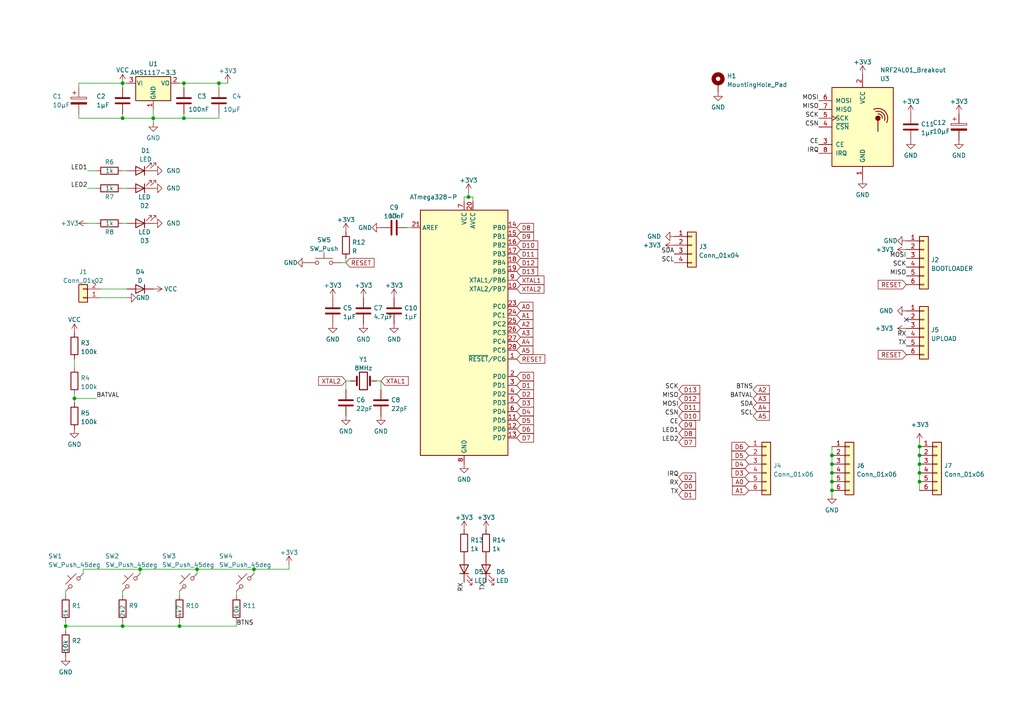
<source format=kicad_sch>
(kicad_sch (version 20211123) (generator eeschema)
  (paper "A4")
  (lib_symbols
    (symbol "Connector_Generic:Conn_01x02" (pin_names (offset 1.016) hide)
      (property "Reference" "J" (at 0 2.54 0))
      (property "Value" "Conn_01x02" (at 0 -5.08 0))
      (symbol "Conn_01x02_1_1"
        (rectangle (start -1.27 -2.413) (end 0 -2.667) (stroke (width 0.1524)))
        (rectangle (start -1.27 0.127) (end 0 -0.127) (stroke (width 0.1524)))
        (rectangle (start -1.27 1.27) (end 1.27 -3.81) (stroke (width 0.254)) (fill (type background)))
        (pin passive line (at -5.08 0 0) (length 3.81) (name "Pin_1") (number "1"))
        (pin passive line (at -5.08 -2.54 0) (length 3.81) (name "Pin_2") (number "2"))
      )
    )
    (symbol "Connector_Generic:Conn_01x04" (pin_names (offset 1.016) hide)
      (property "Reference" "J" (at 0 5.08 0))
      (property "Value" "Conn_01x04" (at 0 -7.62 0))
      (symbol "Conn_01x04_1_1"
        (rectangle (start -1.27 -4.953) (end 0 -5.207) (stroke (width 0.1524)))
        (rectangle (start -1.27 -2.413) (end 0 -2.667) (stroke (width 0.1524)))
        (rectangle (start -1.27 0.127) (end 0 -0.127) (stroke (width 0.1524)))
        (rectangle (start -1.27 2.667) (end 0 2.413) (stroke (width 0.1524)))
        (rectangle (start -1.27 3.81) (end 1.27 -6.35) (stroke (width 0.254)) (fill (type background)))
        (pin passive line (at -5.08 2.54 0) (length 3.81) (name "Pin_1") (number "1"))
        (pin passive line (at -5.08 0 0) (length 3.81) (name "Pin_2") (number "2"))
        (pin passive line (at -5.08 -2.54 0) (length 3.81) (name "Pin_3") (number "3"))
        (pin passive line (at -5.08 -5.08 0) (length 3.81) (name "Pin_4") (number "4"))
      )
    )
    (symbol "Connector_Generic:Conn_01x06" (pin_names (offset 1.016) hide)
      (property "Reference" "J" (at 0 7.62 0))
      (property "Value" "Conn_01x06" (at 0 -10.16 0))
      (symbol "Conn_01x06_1_1"
        (rectangle (start -1.27 -7.493) (end 0 -7.747) (stroke (width 0.1524)))
        (rectangle (start -1.27 -4.953) (end 0 -5.207) (stroke (width 0.1524)))
        (rectangle (start -1.27 -2.413) (end 0 -2.667) (stroke (width 0.1524)))
        (rectangle (start -1.27 0.127) (end 0 -0.127) (stroke (width 0.1524)))
        (rectangle (start -1.27 2.667) (end 0 2.413) (stroke (width 0.1524)))
        (rectangle (start -1.27 5.207) (end 0 4.953) (stroke (width 0.1524)))
        (rectangle (start -1.27 6.35) (end 1.27 -8.89) (stroke (width 0.254)) (fill (type background)))
        (pin passive line (at -5.08 5.08 0) (length 3.81) (name "Pin_1") (number "1"))
        (pin passive line (at -5.08 2.54 0) (length 3.81) (name "Pin_2") (number "2"))
        (pin passive line (at -5.08 0 0) (length 3.81) (name "Pin_3") (number "3"))
        (pin passive line (at -5.08 -2.54 0) (length 3.81) (name "Pin_4") (number "4"))
        (pin passive line (at -5.08 -5.08 0) (length 3.81) (name "Pin_5") (number "5"))
        (pin passive line (at -5.08 -7.62 0) (length 3.81) (name "Pin_6") (number "6"))
      )
    )
    (symbol "Device:C" (pin_numbers hide) (pin_names (offset 0.254))
      (property "Reference" "C" (at 0.635 2.54 0))
      (property "Value" "C" (at 0.635 -2.54 0))
      (symbol "C_0_1"
        (polyline (pts (xy -2.032 -0.762) (xy 2.032 -0.762)) (stroke (width 0.508)))
        (polyline (pts (xy -2.032 0.762) (xy 2.032 0.762)) (stroke (width 0.508)))
      )
      (symbol "C_1_1"
        (pin passive line (at 0 3.81 270) (length 2.794) (name "~") (number "1"))
        (pin passive line (at 0 -3.81 90) (length 2.794) (name "~") (number "2"))
      )
    )
    (symbol "Device:C_Polarized" (pin_numbers hide) (pin_names (offset 0.254))
      (property "Reference" "C" (at 0.635 2.54 0))
      (property "Value" "C_Polarized" (at 0.635 -2.54 0))
      (symbol "C_Polarized_0_1"
        (rectangle (start -2.286 0.508) (end 2.286 1.016))
        (polyline (pts (xy -1.778 2.286) (xy -0.762 2.286)))
        (polyline (pts (xy -1.27 2.794) (xy -1.27 1.778)))
        (rectangle (start 2.286 -0.508) (end -2.286 -1.016) (fill (type outline)))
      )
      (symbol "C_Polarized_1_1"
        (pin passive line (at 0 3.81 270) (length 2.794) (name "~") (number "1"))
        (pin passive line (at 0 -3.81 90) (length 2.794) (name "~") (number "2"))
      )
    )
    (symbol "Device:Crystal" (pin_numbers hide) (pin_names (offset 1.016) hide)
      (property "Reference" "Y" (at 0 3.81 0))
      (property "Value" "Crystal" (at 0 -3.81 0))
      (symbol "Crystal_0_1"
        (rectangle (start -1.143 2.54) (end 1.143 -2.54) (stroke (width 0.3048)))
        (polyline (pts (xy -2.54 0) (xy -1.905 0)))
        (polyline (pts (xy -1.905 -1.27) (xy -1.905 1.27)) (stroke (width 0.508)))
        (polyline (pts (xy 1.905 -1.27) (xy 1.905 1.27)) (stroke (width 0.508)))
        (polyline (pts (xy 2.54 0) (xy 1.905 0)))
      )
      (symbol "Crystal_1_1"
        (pin passive line (at -3.81 0 0) (length 1.27) (name "1") (number "1"))
        (pin passive line (at 3.81 0 180) (length 1.27) (name "2") (number "2"))
      )
    )
    (symbol "Device:D" (pin_numbers hide) (pin_names (offset 1.016) hide)
      (property "Reference" "D" (at 0 2.54 0))
      (property "Value" "D" (at 0 -2.54 0))
      (symbol "D_0_1"
        (polyline (pts (xy -1.27 1.27) (xy -1.27 -1.27)) (stroke (width 0.254)))
        (polyline (pts (xy 1.27 0) (xy -1.27 0)))
        (polyline (pts (xy 1.27 1.27) (xy 1.27 -1.27) (xy -1.27 0) (xy 1.27 1.27)) (stroke (width 0.254)))
      )
      (symbol "D_1_1"
        (pin passive line (at -3.81 0 0) (length 2.54) (name "K") (number "1"))
        (pin passive line (at 3.81 0 180) (length 2.54) (name "A") (number "2"))
      )
    )
    (symbol "Device:LED" (pin_numbers hide) (pin_names (offset 1.016) hide)
      (property "Reference" "D" (at 0 2.54 0))
      (property "Value" "LED" (at 0 -2.54 0))
      (symbol "LED_0_1"
        (polyline (pts (xy -1.27 -1.27) (xy -1.27 1.27)) (stroke (width 0.254)))
        (polyline (pts (xy -1.27 0) (xy 1.27 0)))
        (polyline (pts (xy 1.27 -1.27) (xy 1.27 1.27) (xy -1.27 0) (xy 1.27 -1.27)) (stroke (width 0.254)))
        (polyline (pts (xy -3.048 -0.762) (xy -4.572 -2.286) (xy -3.81 -2.286) (xy -4.572 -2.286) (xy -4.572 -1.524)))
        (polyline (pts (xy -1.778 -0.762) (xy -3.302 -2.286) (xy -2.54 -2.286) (xy -3.302 -2.286) (xy -3.302 -1.524)))
      )
      (symbol "LED_1_1"
        (pin passive line (at -3.81 0 0) (length 2.54) (name "K") (number "1"))
        (pin passive line (at 3.81 0 180) (length 2.54) (name "A") (number "2"))
      )
    )
    (symbol "Device:R" (pin_numbers hide) (pin_names (offset 0))
      (property "Reference" "R" (at 2.032 0 90))
      (property "Value" "R" (at 0 0 90))
      (symbol "R_0_1"
        (rectangle (start -1.016 -2.54) (end 1.016 2.54) (stroke (width 0.254)))
      )
      (symbol "R_1_1"
        (pin passive line (at 0 3.81 270) (length 1.27) (name "~") (number "1"))
        (pin passive line (at 0 -3.81 90) (length 1.27) (name "~") (number "2"))
      )
    )
    (symbol "MCU_Microchip_ATmega:ATmega328-P"
      (property "Reference" "U" (at -12.7 36.83 0))
      (property "Value" "ATmega328-P" (at 2.54 -36.83 0))
      (symbol "ATmega328-P_0_1"
        (rectangle (start -12.7 -35.56) (end 12.7 35.56) (stroke (width 0.254)) (fill (type background)))
      )
      (symbol "ATmega328-P_1_1"
        (pin bidirectional line (at 15.24 -7.62 180) (length 2.54) (name "~{RESET}/PC6") (number "1"))
        (pin bidirectional line (at 15.24 12.7 180) (length 2.54) (name "XTAL2/PB7") (number "10"))
        (pin bidirectional line (at 15.24 -25.4 180) (length 2.54) (name "PD5") (number "11"))
        (pin bidirectional line (at 15.24 -27.94 180) (length 2.54) (name "PD6") (number "12"))
        (pin bidirectional line (at 15.24 -30.48 180) (length 2.54) (name "PD7") (number "13"))
        (pin bidirectional line (at 15.24 30.48 180) (length 2.54) (name "PB0") (number "14"))
        (pin bidirectional line (at 15.24 27.94 180) (length 2.54) (name "PB1") (number "15"))
        (pin bidirectional line (at 15.24 25.4 180) (length 2.54) (name "PB2") (number "16"))
        (pin bidirectional line (at 15.24 22.86 180) (length 2.54) (name "PB3") (number "17"))
        (pin bidirectional line (at 15.24 20.32 180) (length 2.54) (name "PB4") (number "18"))
        (pin bidirectional line (at 15.24 17.78 180) (length 2.54) (name "PB5") (number "19"))
        (pin bidirectional line (at 15.24 -12.7 180) (length 2.54) (name "PD0") (number "2"))
        (pin power_in line (at 2.54 38.1 270) (length 2.54) (name "AVCC") (number "20"))
        (pin passive line (at -15.24 30.48 0) (length 2.54) (name "AREF") (number "21"))
        (pin passive line (at 0 -38.1 90) (length 2.54) hide (name "GND") (number "22"))
        (pin bidirectional line (at 15.24 7.62 180) (length 2.54) (name "PC0") (number "23"))
        (pin bidirectional line (at 15.24 5.08 180) (length 2.54) (name "PC1") (number "24"))
        (pin bidirectional line (at 15.24 2.54 180) (length 2.54) (name "PC2") (number "25"))
        (pin bidirectional line (at 15.24 0 180) (length 2.54) (name "PC3") (number "26"))
        (pin bidirectional line (at 15.24 -2.54 180) (length 2.54) (name "PC4") (number "27"))
        (pin bidirectional line (at 15.24 -5.08 180) (length 2.54) (name "PC5") (number "28"))
        (pin bidirectional line (at 15.24 -15.24 180) (length 2.54) (name "PD1") (number "3"))
        (pin bidirectional line (at 15.24 -17.78 180) (length 2.54) (name "PD2") (number "4"))
        (pin bidirectional line (at 15.24 -20.32 180) (length 2.54) (name "PD3") (number "5"))
        (pin bidirectional line (at 15.24 -22.86 180) (length 2.54) (name "PD4") (number "6"))
        (pin power_in line (at 0 38.1 270) (length 2.54) (name "VCC") (number "7"))
        (pin power_in line (at 0 -38.1 90) (length 2.54) (name "GND") (number "8"))
        (pin bidirectional line (at 15.24 15.24 180) (length 2.54) (name "XTAL1/PB6") (number "9"))
      )
    )
    (symbol "Mechanical:MountingHole_Pad" (pin_numbers hide) (pin_names (offset 1.016) hide)
      (property "Reference" "H" (at 0 6.35 0))
      (property "Value" "MountingHole_Pad" (at 0 4.445 0))
      (symbol "MountingHole_Pad_0_1"
        (circle (center 0 1.27) (radius 1.27) (stroke (width 1.27)))
      )
      (symbol "MountingHole_Pad_1_1"
        (pin input line (at 0 -2.54 90) (length 2.54) (name "1") (number "1"))
      )
    )
    (symbol "RF:NRF24L01_Breakout" (pin_names (offset 1.016))
      (property "Reference" "U" (at -8.89 12.7 0))
      (property "Value" "NRF24L01_Breakout" (at 3.81 12.7 0))
      (symbol "NRF24L01_Breakout_0_1"
        (rectangle (start -8.89 11.43) (end 8.89 -11.43) (stroke (width 0.254)) (fill (type background)))
        (polyline (pts (xy 4.445 1.905) (xy 4.445 -1.27)) (stroke (width 0.254)))
        (circle (center 4.445 2.54) (radius 0.635) (stroke (width 0.254)) (fill (type outline)))
        (arc (start 5.715 2.54) (mid 5.3521 3.4546) (end 4.445 3.81) (stroke (width 0.254)))
        (arc (start 6.35 1.905) (mid 5.8763 3.9854) (end 3.81 4.445) (stroke (width 0.254)))
        (arc (start 6.985 1.27) (mid 6.453 4.548) (end 3.175 5.08) (stroke (width 0.254)))
      )
      (symbol "NRF24L01_Breakout_1_1"
        (pin power_in line (at 0 -15.24 90) (length 3.81) (name "GND") (number "1"))
        (pin power_in line (at 0 15.24 270) (length 3.81) (name "VCC") (number "2"))
        (pin input line (at -12.7 -5.08 0) (length 3.81) (name "CE") (number "3"))
        (pin input line (at -12.7 0 0) (length 3.81) (name "~{CSN}") (number "4"))
        (pin input clock (at -12.7 2.54 0) (length 3.81) (name "SCK") (number "5"))
        (pin input line (at -12.7 7.62 0) (length 3.81) (name "MOSI") (number "6"))
        (pin output line (at -12.7 5.08 0) (length 3.81) (name "MISO") (number "7"))
        (pin output line (at -12.7 -7.62 0) (length 3.81) (name "IRQ") (number "8"))
      )
    )
    (symbol "Regulator_Linear:AMS1117-3.3" (pin_names (offset 0.254))
      (property "Reference" "U" (at -3.81 3.175 0))
      (property "Value" "AMS1117-3.3" (at 0 3.175 0))
      (symbol "AMS1117-3.3_0_1"
        (rectangle (start -5.08 -5.08) (end 5.08 1.905) (stroke (width 0.254)) (fill (type background)))
      )
      (symbol "AMS1117-3.3_1_1"
        (pin power_in line (at 0 -7.62 90) (length 2.54) (name "GND") (number "1"))
        (pin power_out line (at 7.62 0 180) (length 2.54) (name "VO") (number "2"))
        (pin power_in line (at -7.62 0 0) (length 2.54) (name "VI") (number "3"))
      )
    )
    (symbol "Switch:SW_Push" (pin_numbers hide) (pin_names (offset 1.016) hide)
      (property "Reference" "SW" (at 1.27 2.54 0))
      (property "Value" "SW_Push" (at 0 -1.524 0))
      (symbol "SW_Push_0_1"
        (circle (center -2.032 0) (radius 0.508))
        (polyline (pts (xy 0 1.27) (xy 0 3.048)))
        (polyline (pts (xy 2.54 1.27) (xy -2.54 1.27)))
        (circle (center 2.032 0) (radius 0.508))
        (pin passive line (at -5.08 0 0) (length 2.54) (name "1") (number "1"))
        (pin passive line (at 5.08 0 180) (length 2.54) (name "2") (number "2"))
      )
    )
    (symbol "Switch:SW_Push_45deg" (pin_numbers hide) (pin_names (offset 1.016) hide)
      (property "Reference" "SW" (at 3.048 1.016 0))
      (property "Value" "SW_Push_45deg" (at 0 -3.81 0))
      (symbol "SW_Push_45deg_0_1"
        (circle (center -1.1684 1.1684) (radius 0.508))
        (polyline (pts (xy -0.508 2.54) (xy 2.54 -0.508)))
        (polyline (pts (xy 1.016 1.016) (xy 2.032 2.032)))
        (polyline (pts (xy -2.54 2.54) (xy -1.524 1.524) (xy -1.524 1.524)))
        (polyline (pts (xy 1.524 -1.524) (xy 2.54 -2.54) (xy 2.54 -2.54) (xy 2.54 -2.54)))
        (circle (center 1.143 -1.1938) (radius 0.508))
        (pin passive line (at -2.54 2.54 0) (length 0) (name "1") (number "1"))
        (pin passive line (at 2.54 -2.54 180) (length 0) (name "2") (number "2"))
      )
    )
    (symbol "power:+3.3V" (power) (pin_names (offset 0))
      (property "Value" "+3.3V" (at 0 3.556 0))
      (symbol "+3.3V_0_1"
        (polyline (pts (xy -0.762 1.27) (xy 0 2.54)))
        (polyline (pts (xy 0 0) (xy 0 2.54)))
        (polyline (pts (xy 0 2.54) (xy 0.762 1.27)))
      )
      (symbol "+3.3V_1_1"
        (pin power_in line (at 0 0 90) (length 0) hide (name "+3V3") (number "1"))
      )
    )
    (symbol "power:GND" (power) (pin_names (offset 0))
      (property "Value" "GND" (at 0 -3.81 0))
      (symbol "GND_0_1"
        (polyline (pts (xy 0 0) (xy 0 -1.27) (xy 1.27 -1.27) (xy 0 -2.54) (xy -1.27 -1.27) (xy 0 -1.27)))
      )
      (symbol "GND_1_1"
        (pin power_in line (at 0 0 270) (length 0) hide (name "GND") (number "1"))
      )
    )
    (symbol "power:VCC" (power) (pin_names (offset 0))
      (property "Value" "VCC" (at 0 3.81 0))
      (symbol "VCC_0_1"
        (polyline (pts (xy -0.762 1.27) (xy 0 2.54)))
        (polyline (pts (xy 0 0) (xy 0 2.54)))
        (polyline (pts (xy 0 2.54) (xy 0.762 1.27)))
      )
      (symbol "VCC_1_1"
        (pin power_in line (at 0 0 90) (length 0) hide (name "VCC") (number "1"))
      )
    )
  )
  (junction (at 73.66 165.1))
  (junction (at 44.45 34.29))
  (junction (at 266.7 139.7))
  (junction (at 241.3 132.08))
  (junction (at 266.7 137.16))
  (junction (at 266.7 132.08))
  (junction (at 35.56 34.29))
  (junction (at 40.64 165.1))
  (junction (at 52.07 181.61))
  (junction (at 135.89 57.15))
  (junction (at 19.05 181.61))
  (junction (at 21.59 115.57))
  (junction (at 241.3 139.7))
  (junction (at 57.15 165.1))
  (junction (at 53.34 24.13))
  (junction (at 266.7 134.62))
  (junction (at 35.56 24.13))
  (junction (at 53.34 34.29))
  (junction (at 241.3 142.24))
  (junction (at 241.3 137.16))
  (junction (at 35.56 181.61))
  (junction (at 266.7 129.54))
  (junction (at 63.5 24.13))
  (junction (at 241.3 134.62))
  (no_connect (at 262.89 92.71))
  (wire (pts (xy 134.62 58.42) (xy 134.62 57.15)))
  (wire (pts (xy 63.5 24.13) (xy 63.5 25.4)))
  (wire (pts (xy 68.58 171.45) (xy 68.58 172.72)))
  (wire (pts (xy 22.86 34.29) (xy 35.56 34.29)))
  (wire (pts (xy 53.34 24.13) (xy 63.5 24.13)))
  (wire (pts (xy 35.56 34.29) (xy 44.45 34.29)))
  (wire (pts (xy 21.59 115.57) (xy 21.59 116.84)))
  (wire (pts (xy 73.66 165.1) (xy 73.66 166.37)))
  (wire (pts (xy 266.7 132.08) (xy 266.7 134.62)))
  (wire (pts (xy 266.7 134.62) (xy 266.7 137.16)))
  (wire (pts (xy 83.82 165.1) (xy 73.66 165.1)))
  (wire (pts (xy 118.11 66.04) (xy 119.38 66.04)))
  (wire (pts (xy 63.5 24.13) (xy 66.04 24.13)))
  (wire (pts (xy 22.86 25.4) (xy 22.86 24.13)))
  (wire (pts (xy 25.4 49.53) (xy 27.94 49.53)))
  (wire (pts (xy 241.3 132.08) (xy 241.3 134.62)))
  (wire (pts (xy 29.21 86.36) (xy 36.83 86.36)))
  (wire (pts (xy 21.59 115.57) (xy 27.94 115.57)))
  (wire (pts (xy 83.82 163.83) (xy 83.82 165.1)))
  (wire (pts (xy 68.58 181.61) (xy 68.58 180.34)))
  (wire (pts (xy 19.05 171.45) (xy 19.05 172.72)))
  (wire (pts (xy 44.45 31.75) (xy 44.45 34.29)))
  (wire (pts (xy 21.59 104.14) (xy 21.59 106.68)))
  (wire (pts (xy 35.56 49.53) (xy 36.83 49.53)))
  (wire (pts (xy 24.13 165.1) (xy 24.13 166.37)))
  (wire (pts (xy 52.07 24.13) (xy 53.34 24.13)))
  (wire (pts (xy 35.56 64.77) (xy 36.83 64.77)))
  (wire (pts (xy 35.56 180.34) (xy 35.56 181.61)))
  (wire (pts (xy 35.56 171.45) (xy 35.56 172.72)))
  (wire (pts (xy 110.49 110.49) (xy 110.49 113.03)))
  (wire (pts (xy 137.16 57.15) (xy 135.89 57.15)))
  (wire (pts (xy 52.07 181.61) (xy 68.58 181.61)))
  (wire (pts (xy 40.64 165.1) (xy 24.13 165.1)))
  (wire (pts (xy 266.7 128.27) (xy 266.7 129.54)))
  (wire (pts (xy 40.64 165.1) (xy 40.64 166.37)))
  (wire (pts (xy 63.5 33.02) (xy 63.5 34.29)))
  (wire (pts (xy 100.33 76.2) (xy 100.33 74.93)))
  (wire (pts (xy 22.86 33.02) (xy 22.86 34.29)))
  (wire (pts (xy 53.34 34.29) (xy 63.5 34.29)))
  (wire (pts (xy 266.7 137.16) (xy 266.7 139.7)))
  (wire (pts (xy 53.34 24.13) (xy 53.34 25.4)))
  (wire (pts (xy 241.3 129.54) (xy 241.3 132.08)))
  (wire (pts (xy 52.07 171.45) (xy 52.07 172.72)))
  (wire (pts (xy 137.16 58.42) (xy 137.16 57.15)))
  (wire (pts (xy 52.07 180.34) (xy 52.07 181.61)))
  (wire (pts (xy 35.56 33.02) (xy 35.56 34.29)))
  (wire (pts (xy 25.4 54.61) (xy 27.94 54.61)))
  (wire (pts (xy 29.21 83.82) (xy 36.83 83.82)))
  (wire (pts (xy 73.66 165.1) (xy 57.15 165.1)))
  (wire (pts (xy 241.3 137.16) (xy 241.3 139.7)))
  (wire (pts (xy 109.22 110.49) (xy 110.49 110.49)))
  (wire (pts (xy 19.05 181.61) (xy 35.56 181.61)))
  (wire (pts (xy 22.86 24.13) (xy 35.56 24.13)))
  (wire (pts (xy 19.05 181.61) (xy 19.05 182.88)))
  (wire (pts (xy 135.89 55.88) (xy 135.89 57.15)))
  (wire (pts (xy 57.15 165.1) (xy 57.15 166.37)))
  (wire (pts (xy 36.83 24.13) (xy 35.56 24.13)))
  (wire (pts (xy 100.33 113.03) (xy 100.33 110.49)))
  (wire (pts (xy 266.7 129.54) (xy 266.7 132.08)))
  (wire (pts (xy 35.56 24.13) (xy 35.56 25.4)))
  (wire (pts (xy 100.33 110.49) (xy 101.6 110.49)))
  (wire (pts (xy 35.56 181.61) (xy 52.07 181.61)))
  (wire (pts (xy 241.3 134.62) (xy 241.3 137.16)))
  (wire (pts (xy 44.45 34.29) (xy 53.34 34.29)))
  (wire (pts (xy 53.34 33.02) (xy 53.34 34.29)))
  (wire (pts (xy 35.56 54.61) (xy 36.83 54.61)))
  (wire (pts (xy 57.15 165.1) (xy 40.64 165.1)))
  (wire (pts (xy 266.7 139.7) (xy 266.7 142.24)))
  (wire (pts (xy 241.3 142.24) (xy 241.3 143.51)))
  (wire (pts (xy 241.3 139.7) (xy 241.3 142.24)))
  (wire (pts (xy 25.4 64.77) (xy 27.94 64.77)))
  (wire (pts (xy 21.59 114.3) (xy 21.59 115.57)))
  (wire (pts (xy 99.06 76.2) (xy 100.33 76.2)))
  (wire (pts (xy 44.45 34.29) (xy 44.45 35.56)))
  (wire (pts (xy 19.05 180.34) (xy 19.05 181.61)))
  (wire (pts (xy 134.62 57.15) (xy 135.89 57.15)))
  (label "TX" (at 262.89 100.33 180))
  (label "CSN" (at 237.49 36.83 180))
  (label "BTNS" (at 68.58 181.61 0))
  (label "MOSI" (at 262.89 74.93 180))
  (label "MISO" (at 237.49 31.75 180))
  (label "TX" (at 196.85 143.51 180))
  (label "SCK" (at 237.49 34.29 180))
  (label "RX" (at 262.89 97.79 180))
  (label "LED2" (at 25.4 54.61 180))
  (label "MOSI" (at 237.49 29.21 180))
  (label "CSN" (at 196.85 120.65 180))
  (label "LED1" (at 25.4 49.53 180))
  (label "SDA" (at 195.58 73.66 180))
  (label "LED2" (at 196.85 128.27 180))
  (label "SCK" (at 196.85 113.03 180))
  (label "BTNS" (at 218.44 113.03 180))
  (label "SCL" (at 195.58 76.2 180))
  (label "BATVAL" (at 218.44 115.57 180))
  (label "IRQ" (at 196.85 138.43 180))
  (label "TX" (at 140.97 168.91 270))
  (label "SCK" (at 262.89 77.47 180))
  (label "RX" (at 134.62 168.91 270))
  (label "CE" (at 237.49 41.91 180))
  (label "SDA" (at 218.44 118.11 180))
  (label "MISO" (at 196.85 115.57 180))
  (label "BATVAL" (at 27.94 115.57 0))
  (label "SCL" (at 218.44 120.65 180))
  (label "LED1" (at 196.85 125.73 180))
  (label "IRQ" (at 237.49 44.45 180))
  (label "CE" (at 196.85 123.19 180))
  (label "RX" (at 196.85 140.97 180))
  (label "MOSI" (at 196.85 118.11 180))
  (label "MISO" (at 262.89 80.01 180))
  (global_label "A1" (shape input) (at 149.86 91.44 0) (property "Intersheet References" "${INTERSHEET_REFS}" (effects hide)))
  (global_label "A2" (shape input) (at 218.44 113.03 0) (property "Intersheet References" "${INTERSHEET_REFS}" (effects hide)))
  (global_label "XTAL2" (shape input) (at 149.86 83.82 0) (property "Intersheet References" "${INTERSHEET_REFS}" (effects hide)))
  (global_label "D9" (shape input) (at 196.85 123.19 0) (property "Intersheet References" "${INTERSHEET_REFS}" (effects hide)))
  (global_label "D0" (shape input) (at 196.85 140.97 0) (property "Intersheet References" "${INTERSHEET_REFS}" (effects hide)))
  (global_label "D12" (shape input) (at 149.86 76.2 0) (property "Intersheet References" "${INTERSHEET_REFS}" (effects hide)))
  (global_label "A5" (shape input) (at 218.44 120.65 0) (property "Intersheet References" "${INTERSHEET_REFS}" (effects hide)))
  (global_label "A2" (shape input) (at 149.86 93.98 0) (property "Intersheet References" "${INTERSHEET_REFS}" (effects hide)))
  (global_label "XTAL1" (shape input) (at 110.49 110.49 0) (property "Intersheet References" "${INTERSHEET_REFS}" (effects hide)))
  (global_label "D4" (shape input) (at 217.17 134.62 180) (property "Intersheet References" "${INTERSHEET_REFS}" (effects hide)))
  (global_label "D7" (shape input) (at 196.85 128.27 0) (property "Intersheet References" "${INTERSHEET_REFS}" (effects hide)))
  (global_label "RESET" (shape input) (at 262.89 102.87 180) (property "Intersheet References" "${INTERSHEET_REFS}" (effects hide)))
  (global_label "D1" (shape input) (at 196.85 143.51 0) (property "Intersheet References" "${INTERSHEET_REFS}" (effects hide)))
  (global_label "D3" (shape input) (at 217.17 137.16 180) (property "Intersheet References" "${INTERSHEET_REFS}" (effects hide)))
  (global_label "D11" (shape input) (at 149.86 73.66 0) (property "Intersheet References" "${INTERSHEET_REFS}" (effects hide)))
  (global_label "D7" (shape input) (at 149.86 127 0) (property "Intersheet References" "${INTERSHEET_REFS}" (effects hide)))
  (global_label "A3" (shape input) (at 218.44 115.57 0) (property "Intersheet References" "${INTERSHEET_REFS}" (effects hide)))
  (global_label "D8" (shape input) (at 149.86 66.04 0) (property "Intersheet References" "${INTERSHEET_REFS}" (effects hide)))
  (global_label "RESET" (shape input) (at 100.33 76.2 0) (property "Intersheet References" "${INTERSHEET_REFS}" (effects hide)))
  (global_label "D10" (shape input) (at 196.85 120.65 0) (property "Intersheet References" "${INTERSHEET_REFS}" (effects hide)))
  (global_label "D2" (shape input) (at 149.86 114.3 0) (property "Intersheet References" "${INTERSHEET_REFS}" (effects hide)))
  (global_label "D3" (shape input) (at 149.86 116.84 0) (property "Intersheet References" "${INTERSHEET_REFS}" (effects hide)))
  (global_label "RESET" (shape input) (at 262.89 82.55 180) (property "Intersheet References" "${INTERSHEET_REFS}" (effects hide)))
  (global_label "D10" (shape input) (at 149.86 71.12 0) (property "Intersheet References" "${INTERSHEET_REFS}" (effects hide)))
  (global_label "D1" (shape input) (at 149.86 111.76 0) (property "Intersheet References" "${INTERSHEET_REFS}" (effects hide)))
  (global_label "D5" (shape input) (at 149.86 121.92 0) (property "Intersheet References" "${INTERSHEET_REFS}" (effects hide)))
  (global_label "D0" (shape input) (at 149.86 109.22 0) (property "Intersheet References" "${INTERSHEET_REFS}" (effects hide)))
  (global_label "D6" (shape input) (at 149.86 124.46 0) (property "Intersheet References" "${INTERSHEET_REFS}" (effects hide)))
  (global_label "D11" (shape input) (at 196.85 118.11 0) (property "Intersheet References" "${INTERSHEET_REFS}" (effects hide)))
  (global_label "D8" (shape input) (at 196.85 125.73 0) (property "Intersheet References" "${INTERSHEET_REFS}" (effects hide)))
  (global_label "D12" (shape input) (at 196.85 115.57 0) (property "Intersheet References" "${INTERSHEET_REFS}" (effects hide)))
  (global_label "A4" (shape input) (at 149.86 99.06 0) (property "Intersheet References" "${INTERSHEET_REFS}" (effects hide)))
  (global_label "A3" (shape input) (at 149.86 96.52 0) (property "Intersheet References" "${INTERSHEET_REFS}" (effects hide)))
  (global_label "XTAL2" (shape input) (at 100.33 110.49 180) (property "Intersheet References" "${INTERSHEET_REFS}" (effects hide)))
  (global_label "D13" (shape input) (at 149.86 78.74 0) (property "Intersheet References" "${INTERSHEET_REFS}" (effects hide)))
  (global_label "XTAL1" (shape input) (at 149.86 81.28 0) (property "Intersheet References" "${INTERSHEET_REFS}" (effects hide)))
  (global_label "A5" (shape input) (at 149.86 101.6 0) (property "Intersheet References" "${INTERSHEET_REFS}" (effects hide)))
  (global_label "D2" (shape input) (at 196.85 138.43 0) (property "Intersheet References" "${INTERSHEET_REFS}" (effects hide)))
  (global_label "RESET" (shape input) (at 149.86 104.14 0) (property "Intersheet References" "${INTERSHEET_REFS}" (effects hide)))
  (global_label "D9" (shape input) (at 149.86 68.58 0) (property "Intersheet References" "${INTERSHEET_REFS}" (effects hide)))
  (global_label "D13" (shape input) (at 196.85 113.03 0) (property "Intersheet References" "${INTERSHEET_REFS}" (effects hide)))
  (global_label "A1" (shape input) (at 217.17 142.24 180) (property "Intersheet References" "${INTERSHEET_REFS}" (effects hide)))
  (global_label "A0" (shape input) (at 217.17 139.7 180) (property "Intersheet References" "${INTERSHEET_REFS}" (effects hide)))
  (global_label "D6" (shape input) (at 217.17 129.54 180) (property "Intersheet References" "${INTERSHEET_REFS}" (effects hide)))
  (global_label "D5" (shape input) (at 217.17 132.08 180) (property "Intersheet References" "${INTERSHEET_REFS}" (effects hide)))
  (global_label "A4" (shape input) (at 218.44 118.11 0) (property "Intersheet References" "${INTERSHEET_REFS}" (effects hide)))
  (global_label "A0" (shape input) (at 149.86 88.9 0) (property "Intersheet References" "${INTERSHEET_REFS}" (effects hide)))
  (global_label "D4" (shape input) (at 149.86 119.38 0) (property "Intersheet References" "${INTERSHEET_REFS}" (effects hide)))
  (symbol (lib_id "Device:LED") (at 140.97 165.1 90) (unit 1)
    (property "Reference" "D6" (at 143.891 165.8528 90) (effects (justify right)))
    (property "Value" "LED" (at 143.891 168.3897 90) (effects (justify right)))
    (property "Footprint" "LED_SMD:LED_0805_2012Metric" (effects hide))
  )
  (symbol (lib_id "power:GND") (at 278.13 40.64 0) (unit 1)
    (property "Reference" "#PWR0124" (effects hide))
    (property "Value" "GND" (at 278.13 45.0834 0))
  )
  (symbol (lib_id "Connector_Generic:Conn_01x06") (at 267.97 95.25 0) (unit 1)
    (property "Reference" "J5" (at 270.002 95.6853 0) (effects (justify left)))
    (property "Value" "UPLOAD" (at 270.002 98.2222 0) (effects (justify left)))
    (property "Footprint" "Connector_PinHeader_2.54mm:PinHeader_1x06_P2.54mm_Vertical" (effects hide))
  )
  (symbol (lib_id "power:GND") (at 44.45 35.56 0) (unit 1)
    (property "Reference" "#PWR0131" (effects hide))
    (property "Value" "GND" (at 44.45 40.0034 0))
  )
  (symbol (lib_id "Device:C") (at 63.5 29.21 0) (unit 1)
    (property "Reference" "C4" (at 67.31 27.94 0) (effects (justify left)))
    (property "Value" "10µF" (at 64.77 31.75 0) (effects (justify left)))
    (property "Footprint" "Capacitor_SMD:C_0805_2012Metric" (effects hide))
  )
  (symbol (lib_id "power:+3.3V") (at 134.62 153.67 0) (unit 1)
    (property "Reference" "#PWR0135" (effects hide))
    (property "Value" "+3.3V" (at 134.62 150.0942 0))
  )
  (symbol (lib_id "Device:R") (at 21.59 100.33 0) (unit 1)
    (property "Reference" "R3" (at 23.368 99.4953 0) (effects (justify left)))
    (property "Value" "100k" (at 23.368 102.0322 0) (effects (justify left)))
    (property "Footprint" "Resistor_SMD:R_0805_2012Metric" (effects hide))
  )
  (symbol (lib_id "Connector_Generic:Conn_01x02") (at 24.13 86.36 180) (unit 1)
    (property "Reference" "J1" (at 24.13 78.8502 0))
    (property "Value" "Conn_01x02" (at 24.13 81.3871 0))
    (property "Footprint" "TerminalBlock_Phoenix:TerminalBlock_Phoenix_MKDS-1,5-2-5.08_1x02_P5.08mm_Horizontal" (effects hide))
  )
  (symbol (lib_id "power:+3.3V") (at 264.16 33.02 0) (unit 1)
    (property "Reference" "#PWR0122" (effects hide))
    (property "Value" "+3.3V" (at 264.16 29.4442 0))
  )
  (symbol (lib_id "Switch:SW_Push_45deg") (at 38.1 168.91 90) (unit 1)
    (property "Reference" "SW2" (at 30.48 161.29 90) (effects (justify right)))
    (property "Value" "SW_Push_45deg" (at 30.48 163.83 90) (effects (justify right)))
    (property "Footprint" "Button_Switch_SMD:SW_SPST_CK_RS282G05A3" (effects hide))
  )
  (symbol (lib_id "Device:C") (at 96.52 90.17 0) (unit 1)
    (property "Reference" "C5" (at 99.441 89.3353 0) (effects (justify left)))
    (property "Value" "1µF" (at 99.441 91.8722 0) (effects (justify left)))
    (property "Footprint" "Capacitor_SMD:C_0805_2012Metric" (effects hide))
  )
  (symbol (lib_id "power:+3.3V") (at 25.4 64.77 90) (unit 1)
    (property "Reference" "#PWR0113" (effects hide))
    (property "Value" "+3.3V" (at 22.86 64.77 90) (effects (justify left)))
  )
  (symbol (lib_id "Device:C") (at 105.41 90.17 0) (unit 1)
    (property "Reference" "C7" (at 108.331 89.3353 0) (effects (justify left)))
    (property "Value" "4.7µF" (at 108.331 91.8722 0) (effects (justify left)))
    (property "Footprint" "Capacitor_SMD:C_0805_2012Metric" (effects hide))
  )
  (symbol (lib_id "Device:LED") (at 40.64 49.53 180) (unit 1)
    (property "Reference" "D1" (at 42.2275 43.6712 0))
    (property "Value" "LED" (at 42.2275 46.2081 0))
    (property "Footprint" "LED_SMD:LED_0805_2012Metric" (effects hide))
  )
  (symbol (lib_id "power:+3.3V") (at 262.89 95.25 90) (unit 1)
    (property "Reference" "#PWR0139" (effects hide))
    (property "Value" "+3.3V" (at 259.08 95.25 90) (effects (justify left)))
  )
  (symbol (lib_id "Device:Crystal") (at 105.41 110.49 0) (unit 1)
    (property "Reference" "Y1" (at 105.41 104.2248 0))
    (property "Value" "8MHz" (at 105.41 106.7617 0))
    (property "Footprint" "Crystal:Crystal_HC49-4H_Vertical" (effects hide))
  )
  (symbol (lib_id "power:+3.3V") (at 250.19 21.59 0) (unit 1)
    (property "Reference" "#PWR0127" (effects hide))
    (property "Value" "+3.3V" (at 250.19 18.0142 0))
  )
  (symbol (lib_id "power:GND") (at 100.33 120.65 0) (unit 1)
    (property "Reference" "#PWR0110" (effects hide))
    (property "Value" "GND" (at 100.33 125.0934 0))
  )
  (symbol (lib_id "MCU_Microchip_ATmega:ATmega328-P") (at 134.62 96.52 0) (unit 1)
    (property "Reference" "U4" (at 114.2751 62.5816 0))
    (property "Value" "ATmega328-P" (at 125.73 57.15 0))
    (property "Footprint" "Package_DIP:DIP-28_W7.62mm" (effects hide))
    (property "Datasheet" "http://ww1.microchip.com/downloads/en/DeviceDoc/ATmega328_P%20AVR%20MCU%20with%20picoPower%20Technology%20Data%20Sheet%2040001984A.pdf" (effects hide))
  )
  (symbol (lib_id "Connector_Generic:Conn_01x06") (at 246.38 134.62 0) (unit 1)
    (property "Reference" "J6" (at 248.412 135.0553 0) (effects (justify left)))
    (property "Value" "Conn_01x06" (at 248.412 137.5922 0) (effects (justify left)))
    (property "Footprint" "Connector_PinHeader_2.54mm:PinHeader_1x06_P2.54mm_Vertical" (effects hide))
  )
  (symbol (lib_id "power:+3.3V") (at 83.82 163.83 0) (unit 1)
    (property "Reference" "#PWR0133" (effects hide))
    (property "Value" "+3.3V" (at 83.82 160.2542 0))
  )
  (symbol (lib_id "power:+3.3V") (at 100.33 67.31 0) (unit 1)
    (property "Reference" "#PWR0105" (effects hide))
    (property "Value" "+3.3V" (at 100.33 63.7342 0))
  )
  (symbol (lib_id "power:GND") (at 36.83 86.36 90) (unit 1)
    (property "Reference" "#PWR0117" (effects hide))
    (property "Value" "GND" (at 39.37 86.36 90) (effects (justify right)))
  )
  (symbol (lib_id "Device:R") (at 134.62 157.48 0) (unit 1)
    (property "Reference" "R13" (at 136.398 156.6453 0) (effects (justify left)))
    (property "Value" "1k" (at 136.398 159.1822 0) (effects (justify left)))
    (property "Footprint" "Resistor_SMD:R_0805_2012Metric" (effects hide))
  )
  (symbol (lib_id "power:GND") (at 44.45 54.61 90) (unit 1)
    (property "Reference" "#PWR0115" (effects hide))
    (property "Value" "GND" (at 48.26 54.61 90) (effects (justify right)))
  )
  (symbol (lib_id "power:GND") (at 250.19 52.07 0) (unit 1)
    (property "Reference" "#PWR0126" (effects hide))
    (property "Value" "GND" (at 250.19 56.5134 0))
  )
  (symbol (lib_id "power:GND") (at 208.28 26.67 0) (unit 1)
    (property "Reference" "#PWR0143" (effects hide))
    (property "Value" "GND" (at 208.28 31.1134 0))
  )
  (symbol (lib_id "power:GND") (at 241.3 143.51 0) (unit 1)
    (property "Reference" "#PWR0141" (effects hide))
    (property "Value" "GND" (at 241.3 147.9534 0))
  )
  (symbol (lib_id "Device:R") (at 35.56 176.53 0) (unit 1)
    (property "Reference" "R9" (at 37.338 175.6953 0) (effects (justify left)))
    (property "Value" "2k2" (at 35.56 179.07 90) (effects (justify left)))
    (property "Footprint" "Resistor_SMD:R_0805_2012Metric" (effects hide))
  )
  (symbol (lib_id "RF:NRF24L01_Breakout") (at 250.19 36.83 0) (unit 1)
    (property "Reference" "U3" (at 255.27 22.86 0) (effects (justify left)))
    (property "Value" "NRF24L01_Breakout" (at 255.27 20.32 0) (effects (justify left)))
    (property "Footprint" "RF_Module:nRF24L01_Breakout" (effects hide))
    (property "Datasheet" "http://www.nordicsemi.com/eng/content/download/2730/34105/file/nRF24L01_Product_Specification_v2_0.pdf" (effects hide))
  )
  (symbol (lib_id "power:GND") (at 19.05 190.5 0) (unit 1)
    (property "Reference" "#PWR0134" (effects hide))
    (property "Value" "GND" (at 19.05 194.9434 0))
  )
  (symbol (lib_id "Device:R") (at 52.07 176.53 0) (unit 1)
    (property "Reference" "R10" (at 53.848 175.6953 0) (effects (justify left)))
    (property "Value" "4k7" (at 52.07 179.07 90) (effects (justify left)))
    (property "Footprint" "Resistor_SMD:R_0805_2012Metric" (effects hide))
  )
  (symbol (lib_id "Switch:SW_Push_45deg") (at 54.61 168.91 90) (unit 1)
    (property "Reference" "SW3" (at 46.99 161.29 90) (effects (justify right)))
    (property "Value" "SW_Push_45deg" (at 46.99 163.83 90) (effects (justify right)))
    (property "Footprint" "Button_Switch_SMD:SW_SPST_CK_RS282G05A3" (effects hide))
  )
  (symbol (lib_id "power:GND") (at 110.49 120.65 0) (unit 1)
    (property "Reference" "#PWR0111" (effects hide))
    (property "Value" "GND" (at 110.49 125.0934 0))
  )
  (symbol (lib_id "Connector_Generic:Conn_01x06") (at 267.97 74.93 0) (unit 1)
    (property "Reference" "J2" (at 270.002 75.3653 0) (effects (justify left)))
    (property "Value" "BOOTLOADER" (at 270.002 77.9022 0) (effects (justify left)))
    (property "Footprint" "Connector_PinSocket_2.54mm:PinSocket_1x06_P2.54mm_Vertical" (effects hide))
  )
  (symbol (lib_id "power:GND") (at 134.62 134.62 0) (unit 1)
    (property "Reference" "#PWR0112" (effects hide))
    (property "Value" "GND" (at 134.62 139.0634 0))
  )
  (symbol (lib_id "power:GND") (at 88.9 76.2 270) (unit 1)
    (property "Reference" "#PWR0106" (effects hide))
    (property "Value" "GND" (at 86.36 76.2 90) (effects (justify right)))
  )
  (symbol (lib_id "power:+3.3V") (at 278.13 33.02 0) (unit 1)
    (property "Reference" "#PWR0123" (effects hide))
    (property "Value" "+3.3V" (at 278.13 29.4442 0))
  )
  (symbol (lib_id "Device:LED") (at 40.64 54.61 180) (unit 1)
    (property "Reference" "D2" (at 41.91 59.69 0))
    (property "Value" "LED" (at 41.91 57.15 0))
    (property "Footprint" "LED_SMD:LED_0805_2012Metric" (effects hide))
  )
  (symbol (lib_id "Connector_Generic:Conn_01x04") (at 200.66 71.12 0) (unit 1)
    (property "Reference" "J3" (at 202.692 71.5553 0) (effects (justify left)))
    (property "Value" "Conn_01x04" (at 202.692 74.0922 0) (effects (justify left)))
    (property "Footprint" "Connector_PinHeader_2.54mm:PinHeader_1x04_P2.54mm_Vertical" (effects hide))
  )
  (symbol (lib_id "Connector_Generic:Conn_01x06") (at 271.78 134.62 0) (unit 1)
    (property "Reference" "J7" (at 273.812 135.0553 0) (effects (justify left)))
    (property "Value" "Conn_01x06" (at 273.812 137.5922 0) (effects (justify left)))
    (property "Footprint" "Connector_PinHeader_2.54mm:PinHeader_1x06_P2.54mm_Vertical" (effects hide))
  )
  (symbol (lib_id "Regulator_Linear:AMS1117-3.3") (at 44.45 24.13 0) (unit 1)
    (property "Reference" "U1" (at 44.45 18.5252 0))
    (property "Value" "AMS1117-3.3" (at 44.45 21.0621 0))
    (property "Footprint" "Package_TO_SOT_SMD:SOT-223-3_TabPin2" (effects hide))
    (property "Datasheet" "http://www.advanced-monolithic.com/pdf/ds1117.pdf" (effects hide))
  )
  (symbol (lib_id "Device:C") (at 114.3 90.17 0) (unit 1)
    (property "Reference" "C10" (at 117.221 89.3353 0) (effects (justify left)))
    (property "Value" "1µF" (at 117.221 91.8722 0) (effects (justify left)))
    (property "Footprint" "Capacitor_SMD:C_0805_2012Metric" (effects hide))
  )
  (symbol (lib_id "power:+3.3V") (at 105.41 86.36 0) (unit 1)
    (property "Reference" "#PWR0107" (effects hide))
    (property "Value" "+3.3V" (at 105.41 82.7842 0))
  )
  (symbol (lib_id "Device:R") (at 21.59 120.65 0) (unit 1)
    (property "Reference" "R5" (at 23.368 119.8153 0) (effects (justify left)))
    (property "Value" "100k" (at 23.368 122.3522 0) (effects (justify left)))
    (property "Footprint" "Resistor_SMD:R_0805_2012Metric" (effects hide))
  )
  (symbol (lib_id "Device:C") (at 264.16 36.83 0) (unit 1)
    (property "Reference" "C11" (at 267.081 35.9953 0) (effects (justify left)))
    (property "Value" "1µF" (at 267.081 38.5322 0) (effects (justify left)))
    (property "Footprint" "Capacitor_SMD:C_0805_2012Metric" (effects hide))
  )
  (symbol (lib_id "Device:C") (at 35.56 29.21 0) (unit 1)
    (property "Reference" "C2" (at 27.94 27.94 0) (effects (justify left)))
    (property "Value" "1µF" (at 27.94 30.48 0) (effects (justify left)))
    (property "Footprint" "Capacitor_SMD:C_0805_2012Metric" (effects hide))
  )
  (symbol (lib_id "power:VCC") (at 44.45 83.82 270) (unit 1)
    (property "Reference" "#PWR0118" (effects hide))
    (property "Value" "VCC" (at 49.53 83.82 90))
  )
  (symbol (lib_id "Device:R") (at 21.59 110.49 0) (unit 1)
    (property "Reference" "R4" (at 23.368 109.6553 0) (effects (justify left)))
    (property "Value" "100k" (at 23.368 112.1922 0) (effects (justify left)))
    (property "Footprint" "Resistor_SMD:R_0805_2012Metric" (effects hide))
  )
  (symbol (lib_id "Device:R") (at 100.33 71.12 0) (unit 1)
    (property "Reference" "R12" (at 102.108 70.2853 0) (effects (justify left)))
    (property "Value" "R" (at 102.108 72.8222 0) (effects (justify left)))
    (property "Footprint" "Resistor_SMD:R_0805_2012Metric" (effects hide))
  )
  (symbol (lib_id "Device:C") (at 114.3 66.04 90) (unit 1)
    (property "Reference" "C9" (at 114.3 60.1812 90))
    (property "Value" "100nF" (at 114.3 62.7181 90))
    (property "Footprint" "Capacitor_SMD:C_0805_2012Metric" (effects hide))
  )
  (symbol (lib_id "Connector_Generic:Conn_01x06") (at 222.25 134.62 0) (unit 1)
    (property "Reference" "J4" (at 224.282 135.0553 0) (effects (justify left)))
    (property "Value" "Conn_01x06" (at 224.282 137.5922 0) (effects (justify left)))
    (property "Footprint" "Connector_PinHeader_2.54mm:PinHeader_1x06_P2.54mm_Vertical" (effects hide))
  )
  (symbol (lib_id "power:GND") (at 262.89 90.17 270) (unit 1)
    (property "Reference" "#PWR0140" (effects hide))
    (property "Value" "GND" (at 259.08 90.17 90) (effects (justify right)))
  )
  (symbol (lib_id "Device:R") (at 19.05 186.69 0) (unit 1)
    (property "Reference" "R2" (at 20.828 185.8553 0) (effects (justify left)))
    (property "Value" "10k" (at 19.05 189.23 90) (effects (justify left)))
    (property "Footprint" "Resistor_SMD:R_0805_2012Metric" (effects hide))
  )
  (symbol (lib_id "Device:C") (at 100.33 116.84 0) (unit 1)
    (property "Reference" "C6" (at 103.251 116.0053 0) (effects (justify left)))
    (property "Value" "22pF" (at 103.251 118.5422 0) (effects (justify left)))
    (property "Footprint" "Capacitor_SMD:C_0805_2012Metric" (effects hide))
  )
  (symbol (lib_id "power:+3.3V") (at 66.04 24.13 0) (unit 1)
    (property "Reference" "#PWR0132" (effects hide))
    (property "Value" "+3.3V" (at 66.04 20.5542 0))
  )
  (symbol (lib_id "Device:C_Polarized") (at 278.13 36.83 0) (unit 1)
    (property "Reference" "C12" (at 270.51 35.56 0) (effects (justify left)))
    (property "Value" "10µF" (at 270.51 38.1 0) (effects (justify left)))
    (property "Footprint" "Capacitor_THT:CP_Radial_D6.3mm_P2.50mm" (effects hide))
  )
  (symbol (lib_id "power:VCC") (at 21.59 96.52 0) (unit 1)
    (property "Reference" "#PWR0119" (effects hide))
    (property "Value" "VCC" (at 21.59 92.71 0))
  )
  (symbol (lib_id "power:+3.3V") (at 140.97 153.67 0) (unit 1)
    (property "Reference" "#PWR0136" (effects hide))
    (property "Value" "+3.3V" (at 140.97 150.0942 0))
  )
  (symbol (lib_id "power:GND") (at 195.58 68.58 270) (unit 1)
    (property "Reference" "#PWR0137" (effects hide))
    (property "Value" "GND" (at 191.77 68.58 90) (effects (justify right)))
  )
  (symbol (lib_id "Switch:SW_Push_45deg") (at 21.59 168.91 90) (unit 1)
    (property "Reference" "SW1" (at 13.97 161.29 90) (effects (justify right)))
    (property "Value" "SW_Push_45deg" (at 13.97 163.83 90) (effects (justify right)))
    (property "Footprint" "Button_Switch_SMD:SW_SPST_CK_RS282G05A3" (effects hide))
  )
  (symbol (lib_id "Device:D") (at 40.64 83.82 180) (unit 1)
    (property "Reference" "D4" (at 40.64 78.8502 0))
    (property "Value" "D" (at 40.64 81.3871 0))
    (property "Footprint" "Diode_THT:D_DO-15_P10.16mm_Horizontal" (effects hide))
  )
  (symbol (lib_id "Device:R") (at 19.05 176.53 0) (unit 1)
    (property "Reference" "R1" (at 20.828 175.6953 0) (effects (justify left)))
    (property "Value" "1k" (at 19.05 179.07 90) (effects (justify left)))
    (property "Footprint" "Resistor_SMD:R_0805_2012Metric" (effects hide))
  )
  (symbol (lib_id "Device:LED") (at 134.62 165.1 90) (unit 1)
    (property "Reference" "D5" (at 137.541 165.8528 90) (effects (justify right)))
    (property "Value" "LED" (at 137.541 168.3897 90) (effects (justify right)))
    (property "Footprint" "LED_SMD:LED_0805_2012Metric" (effects hide))
  )
  (symbol (lib_id "power:GND") (at 21.59 124.46 0) (unit 1)
    (property "Reference" "#PWR0120" (effects hide))
    (property "Value" "GND" (at 21.59 128.9034 0))
  )
  (symbol (lib_id "Device:C") (at 110.49 116.84 0) (unit 1)
    (property "Reference" "C8" (at 113.411 116.0053 0) (effects (justify left)))
    (property "Value" "22pF" (at 113.411 118.5422 0) (effects (justify left)))
    (property "Footprint" "Capacitor_SMD:C_0805_2012Metric" (effects hide))
  )
  (symbol (lib_id "Device:LED") (at 40.64 64.77 180) (unit 1)
    (property "Reference" "D3" (at 41.91 69.85 0))
    (property "Value" "LED" (at 41.91 67.31 0))
    (property "Footprint" "LED_SMD:LED_0805_2012Metric" (effects hide))
  )
  (symbol (lib_id "power:GND") (at 44.45 64.77 90) (unit 1)
    (property "Reference" "#PWR0114" (effects hide))
    (property "Value" "GND" (at 48.26 64.77 90) (effects (justify right)))
  )
  (symbol (lib_id "power:GND") (at 110.49 66.04 270) (unit 1)
    (property "Reference" "#PWR0104" (effects hide))
    (property "Value" "GND" (at 107.95 66.04 90) (effects (justify right)))
  )
  (symbol (lib_id "Device:R") (at 31.75 49.53 90) (unit 1)
    (property "Reference" "R6" (at 31.75 46.99 90))
    (property "Value" "1k" (at 31.75 49.53 90))
    (property "Footprint" "Resistor_SMD:R_0805_2012Metric" (effects hide))
  )
  (symbol (lib_id "power:+3.3V") (at 135.89 55.88 0) (unit 1)
    (property "Reference" "#PWR0121" (effects hide))
    (property "Value" "+3.3V" (at 135.89 52.3042 0))
  )
  (symbol (lib_id "power:GND") (at 114.3 93.98 0) (unit 1)
    (property "Reference" "#PWR0109" (effects hide))
    (property "Value" "GND" (at 114.3 98.4234 0))
  )
  (symbol (lib_id "power:+3.3V") (at 114.3 86.36 0) (unit 1)
    (property "Reference" "#PWR0108" (effects hide))
    (property "Value" "+3.3V" (at 114.3 82.7842 0))
  )
  (symbol (lib_id "Device:C") (at 53.34 29.21 0) (unit 1)
    (property "Reference" "C3" (at 57.15 27.94 0) (effects (justify left)))
    (property "Value" "100nF" (at 54.61 31.75 0) (effects (justify left)))
    (property "Footprint" "Capacitor_SMD:C_0805_2012Metric" (effects hide))
  )
  (symbol (lib_id "power:+3.3V") (at 96.52 86.36 0) (unit 1)
    (property "Reference" "#PWR0101" (effects hide))
    (property "Value" "+3.3V" (at 96.52 82.7842 0))
  )
  (symbol (lib_id "Switch:SW_Push") (at 93.98 76.2 0) (unit 1)
    (property "Reference" "SW5" (at 93.98 69.5792 0))
    (property "Value" "SW_Push" (at 93.98 72.1161 0))
    (property "Footprint" "Button_Switch_SMD:SW_SPST_CK_RS282G05A3" (effects hide))
  )
  (symbol (lib_id "Switch:SW_Push_45deg") (at 71.12 168.91 90) (unit 1)
    (property "Reference" "SW4" (at 63.5 161.29 90) (effects (justify right)))
    (property "Value" "SW_Push_45deg" (at 63.5 163.83 90) (effects (justify right)))
    (property "Footprint" "Button_Switch_SMD:SW_SPST_CK_RS282G05A3" (effects hide))
  )
  (symbol (lib_id "power:GND") (at 96.52 93.98 0) (unit 1)
    (property "Reference" "#PWR0102" (effects hide))
    (property "Value" "GND" (at 96.52 98.4234 0))
  )
  (symbol (lib_id "power:GND") (at 262.89 69.85 270) (unit 1)
    (property "Reference" "#PWR0128" (effects hide))
    (property "Value" "GND" (at 260.35 69.85 90) (effects (justify right)))
  )
  (symbol (lib_id "power:+3.3V") (at 262.89 72.39 90) (unit 1)
    (property "Reference" "#PWR0129" (effects hide))
    (property "Value" "+3.3V" (at 254 72.39 90) (effects (justify right)))
  )
  (symbol (lib_id "Device:R") (at 140.97 157.48 0) (unit 1)
    (property "Reference" "R14" (at 142.748 156.6453 0) (effects (justify left)))
    (property "Value" "1k" (at 142.748 159.1822 0) (effects (justify left)))
    (property "Footprint" "Resistor_SMD:R_0805_2012Metric" (effects hide))
  )
  (symbol (lib_id "Device:R") (at 31.75 64.77 90) (unit 1)
    (property "Reference" "R8" (at 31.75 67.31 90))
    (property "Value" "1k" (at 31.75 64.77 90))
    (property "Footprint" "Resistor_SMD:R_0805_2012Metric" (effects hide))
  )
  (symbol (lib_id "power:+3.3V") (at 266.7 128.27 0) (unit 1)
    (property "Reference" "#PWR0142" (effects hide))
    (property "Value" "+3.3V" (at 264.16 123.19 0) (effects (justify left)))
  )
  (symbol (lib_id "Device:R") (at 68.58 176.53 0) (unit 1)
    (property "Reference" "R11" (at 70.358 175.6953 0) (effects (justify left)))
    (property "Value" "10k" (at 68.58 179.07 90) (effects (justify left)))
    (property "Footprint" "Resistor_SMD:R_0805_2012Metric" (effects hide))
  )
  (symbol (lib_id "power:VCC") (at 35.56 24.13 0) (unit 1)
    (property "Reference" "#PWR0130" (effects hide))
    (property "Value" "VCC" (at 35.56 20.32 0))
  )
  (symbol (lib_id "power:+3.3V") (at 195.58 71.12 90) (unit 1)
    (property "Reference" "#PWR0138" (effects hide))
    (property "Value" "+3.3V" (at 191.77 71.12 90) (effects (justify left)))
  )
  (symbol (lib_id "power:GND") (at 44.45 49.53 90) (unit 1)
    (property "Reference" "#PWR0116" (effects hide))
    (property "Value" "GND" (at 48.26 49.53 90) (effects (justify right)))
  )
  (symbol (lib_id "Device:C_Polarized") (at 22.86 29.21 0) (unit 1)
    (property "Reference" "C1" (at 15.24 27.94 0) (effects (justify left)))
    (property "Value" "10µF" (at 15.24 30.48 0) (effects (justify left)))
    (property "Footprint" "Capacitor_THT:CP_Radial_D6.3mm_P2.50mm" (effects hide))
  )
  (symbol (lib_id "Mechanical:MountingHole_Pad") (at 208.28 24.13 0) (unit 1)
    (property "Reference" "H1" (at 210.82 22.0253 0) (effects (justify left)))
    (property "Value" "MountingHole_Pad" (at 210.82 24.5622 0) (effects (justify left)))
    (property "Footprint" "MountingHole:MountingHole_2.2mm_M2_ISO7380_Pad_TopBottom" (effects hide))
  )
  (symbol (lib_id "power:GND") (at 264.16 40.64 0) (unit 1)
    (property "Reference" "#PWR0125" (effects hide))
    (property "Value" "GND" (at 264.16 45.0834 0))
  )
  (symbol (lib_id "Device:R") (at 31.75 54.61 90) (unit 1)
    (property "Reference" "R7" (at 31.75 57.15 90))
    (property "Value" "1k" (at 31.75 54.61 90))
    (property "Footprint" "Resistor_SMD:R_0805_2012Metric" (effects hide))
  )
  (symbol (lib_id "power:GND") (at 105.41 93.98 0) (unit 1)
    (property "Reference" "#PWR0103" (effects hide))
    (property "Value" "GND" (at 105.41 98.4234 0))
  )
)
</source>
